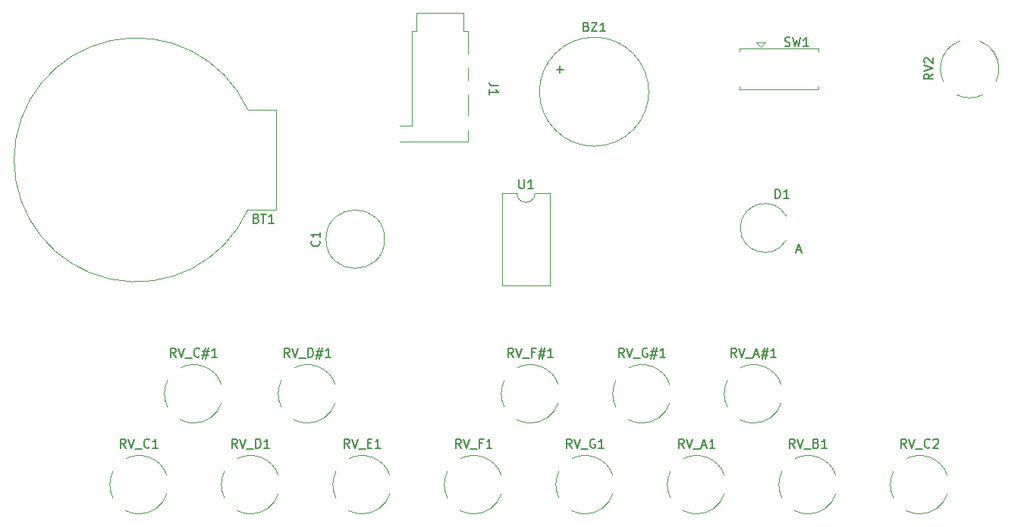
<source format=gbr>
%TF.GenerationSoftware,KiCad,Pcbnew,7.0.10*%
%TF.CreationDate,2024-02-14T13:11:12+01:00*%
%TF.ProjectId,stylophone,7374796c-6f70-4686-9f6e-652e6b696361,rev?*%
%TF.SameCoordinates,Original*%
%TF.FileFunction,Legend,Top*%
%TF.FilePolarity,Positive*%
%FSLAX46Y46*%
G04 Gerber Fmt 4.6, Leading zero omitted, Abs format (unit mm)*
G04 Created by KiCad (PCBNEW 7.0.10) date 2024-02-14 13:11:12*
%MOMM*%
%LPD*%
G01*
G04 APERTURE LIST*
%ADD10C,0.150000*%
%ADD11C,0.120000*%
G04 APERTURE END LIST*
D10*
X82597809Y-72856819D02*
X82264476Y-72380628D01*
X82026381Y-72856819D02*
X82026381Y-71856819D01*
X82026381Y-71856819D02*
X82407333Y-71856819D01*
X82407333Y-71856819D02*
X82502571Y-71904438D01*
X82502571Y-71904438D02*
X82550190Y-71952057D01*
X82550190Y-71952057D02*
X82597809Y-72047295D01*
X82597809Y-72047295D02*
X82597809Y-72190152D01*
X82597809Y-72190152D02*
X82550190Y-72285390D01*
X82550190Y-72285390D02*
X82502571Y-72333009D01*
X82502571Y-72333009D02*
X82407333Y-72380628D01*
X82407333Y-72380628D02*
X82026381Y-72380628D01*
X82883524Y-71856819D02*
X83216857Y-72856819D01*
X83216857Y-72856819D02*
X83550190Y-71856819D01*
X83645429Y-72952057D02*
X84407333Y-72952057D01*
X85169238Y-71904438D02*
X85074000Y-71856819D01*
X85074000Y-71856819D02*
X84931143Y-71856819D01*
X84931143Y-71856819D02*
X84788286Y-71904438D01*
X84788286Y-71904438D02*
X84693048Y-71999676D01*
X84693048Y-71999676D02*
X84645429Y-72094914D01*
X84645429Y-72094914D02*
X84597810Y-72285390D01*
X84597810Y-72285390D02*
X84597810Y-72428247D01*
X84597810Y-72428247D02*
X84645429Y-72618723D01*
X84645429Y-72618723D02*
X84693048Y-72713961D01*
X84693048Y-72713961D02*
X84788286Y-72809200D01*
X84788286Y-72809200D02*
X84931143Y-72856819D01*
X84931143Y-72856819D02*
X85026381Y-72856819D01*
X85026381Y-72856819D02*
X85169238Y-72809200D01*
X85169238Y-72809200D02*
X85216857Y-72761580D01*
X85216857Y-72761580D02*
X85216857Y-72428247D01*
X85216857Y-72428247D02*
X85026381Y-72428247D01*
X86169238Y-72856819D02*
X85597810Y-72856819D01*
X85883524Y-72856819D02*
X85883524Y-71856819D01*
X85883524Y-71856819D02*
X85788286Y-71999676D01*
X85788286Y-71999676D02*
X85693048Y-72094914D01*
X85693048Y-72094914D02*
X85597810Y-72142533D01*
X76073237Y-62696819D02*
X75739904Y-62220628D01*
X75501809Y-62696819D02*
X75501809Y-61696819D01*
X75501809Y-61696819D02*
X75882761Y-61696819D01*
X75882761Y-61696819D02*
X75977999Y-61744438D01*
X75977999Y-61744438D02*
X76025618Y-61792057D01*
X76025618Y-61792057D02*
X76073237Y-61887295D01*
X76073237Y-61887295D02*
X76073237Y-62030152D01*
X76073237Y-62030152D02*
X76025618Y-62125390D01*
X76025618Y-62125390D02*
X75977999Y-62173009D01*
X75977999Y-62173009D02*
X75882761Y-62220628D01*
X75882761Y-62220628D02*
X75501809Y-62220628D01*
X76358952Y-61696819D02*
X76692285Y-62696819D01*
X76692285Y-62696819D02*
X77025618Y-61696819D01*
X77120857Y-62792057D02*
X77882761Y-62792057D01*
X78454190Y-62173009D02*
X78120857Y-62173009D01*
X78120857Y-62696819D02*
X78120857Y-61696819D01*
X78120857Y-61696819D02*
X78597047Y-61696819D01*
X78930381Y-62030152D02*
X79644666Y-62030152D01*
X79216095Y-61601580D02*
X78930381Y-62887295D01*
X79549428Y-62458723D02*
X78835143Y-62458723D01*
X79263714Y-62887295D02*
X79549428Y-61601580D01*
X80501809Y-62696819D02*
X79930381Y-62696819D01*
X80216095Y-62696819D02*
X80216095Y-61696819D01*
X80216095Y-61696819D02*
X80120857Y-61839676D01*
X80120857Y-61839676D02*
X80025619Y-61934914D01*
X80025619Y-61934914D02*
X79930381Y-61982533D01*
X88447809Y-62696819D02*
X88114476Y-62220628D01*
X87876381Y-62696819D02*
X87876381Y-61696819D01*
X87876381Y-61696819D02*
X88257333Y-61696819D01*
X88257333Y-61696819D02*
X88352571Y-61744438D01*
X88352571Y-61744438D02*
X88400190Y-61792057D01*
X88400190Y-61792057D02*
X88447809Y-61887295D01*
X88447809Y-61887295D02*
X88447809Y-62030152D01*
X88447809Y-62030152D02*
X88400190Y-62125390D01*
X88400190Y-62125390D02*
X88352571Y-62173009D01*
X88352571Y-62173009D02*
X88257333Y-62220628D01*
X88257333Y-62220628D02*
X87876381Y-62220628D01*
X88733524Y-61696819D02*
X89066857Y-62696819D01*
X89066857Y-62696819D02*
X89400190Y-61696819D01*
X89495429Y-62792057D02*
X90257333Y-62792057D01*
X91019238Y-61744438D02*
X90924000Y-61696819D01*
X90924000Y-61696819D02*
X90781143Y-61696819D01*
X90781143Y-61696819D02*
X90638286Y-61744438D01*
X90638286Y-61744438D02*
X90543048Y-61839676D01*
X90543048Y-61839676D02*
X90495429Y-61934914D01*
X90495429Y-61934914D02*
X90447810Y-62125390D01*
X90447810Y-62125390D02*
X90447810Y-62268247D01*
X90447810Y-62268247D02*
X90495429Y-62458723D01*
X90495429Y-62458723D02*
X90543048Y-62553961D01*
X90543048Y-62553961D02*
X90638286Y-62649200D01*
X90638286Y-62649200D02*
X90781143Y-62696819D01*
X90781143Y-62696819D02*
X90876381Y-62696819D01*
X90876381Y-62696819D02*
X91019238Y-62649200D01*
X91019238Y-62649200D02*
X91066857Y-62601580D01*
X91066857Y-62601580D02*
X91066857Y-62268247D01*
X91066857Y-62268247D02*
X90876381Y-62268247D01*
X91447810Y-62030152D02*
X92162095Y-62030152D01*
X91733524Y-61601580D02*
X91447810Y-62887295D01*
X92066857Y-62458723D02*
X91352572Y-62458723D01*
X91781143Y-62887295D02*
X92066857Y-61601580D01*
X93019238Y-62696819D02*
X92447810Y-62696819D01*
X92733524Y-62696819D02*
X92733524Y-61696819D01*
X92733524Y-61696819D02*
X92638286Y-61839676D01*
X92638286Y-61839676D02*
X92543048Y-61934914D01*
X92543048Y-61934914D02*
X92447810Y-61982533D01*
X106356667Y-27897200D02*
X106499524Y-27944819D01*
X106499524Y-27944819D02*
X106737619Y-27944819D01*
X106737619Y-27944819D02*
X106832857Y-27897200D01*
X106832857Y-27897200D02*
X106880476Y-27849580D01*
X106880476Y-27849580D02*
X106928095Y-27754342D01*
X106928095Y-27754342D02*
X106928095Y-27659104D01*
X106928095Y-27659104D02*
X106880476Y-27563866D01*
X106880476Y-27563866D02*
X106832857Y-27516247D01*
X106832857Y-27516247D02*
X106737619Y-27468628D01*
X106737619Y-27468628D02*
X106547143Y-27421009D01*
X106547143Y-27421009D02*
X106451905Y-27373390D01*
X106451905Y-27373390D02*
X106404286Y-27325771D01*
X106404286Y-27325771D02*
X106356667Y-27230533D01*
X106356667Y-27230533D02*
X106356667Y-27135295D01*
X106356667Y-27135295D02*
X106404286Y-27040057D01*
X106404286Y-27040057D02*
X106451905Y-26992438D01*
X106451905Y-26992438D02*
X106547143Y-26944819D01*
X106547143Y-26944819D02*
X106785238Y-26944819D01*
X106785238Y-26944819D02*
X106928095Y-26992438D01*
X107261429Y-26944819D02*
X107499524Y-27944819D01*
X107499524Y-27944819D02*
X107690000Y-27230533D01*
X107690000Y-27230533D02*
X107880476Y-27944819D01*
X107880476Y-27944819D02*
X108118572Y-26944819D01*
X109023333Y-27944819D02*
X108451905Y-27944819D01*
X108737619Y-27944819D02*
X108737619Y-26944819D01*
X108737619Y-26944819D02*
X108642381Y-27087676D01*
X108642381Y-27087676D02*
X108547143Y-27182914D01*
X108547143Y-27182914D02*
X108451905Y-27230533D01*
X57753428Y-72856819D02*
X57420095Y-72380628D01*
X57182000Y-72856819D02*
X57182000Y-71856819D01*
X57182000Y-71856819D02*
X57562952Y-71856819D01*
X57562952Y-71856819D02*
X57658190Y-71904438D01*
X57658190Y-71904438D02*
X57705809Y-71952057D01*
X57705809Y-71952057D02*
X57753428Y-72047295D01*
X57753428Y-72047295D02*
X57753428Y-72190152D01*
X57753428Y-72190152D02*
X57705809Y-72285390D01*
X57705809Y-72285390D02*
X57658190Y-72333009D01*
X57658190Y-72333009D02*
X57562952Y-72380628D01*
X57562952Y-72380628D02*
X57182000Y-72380628D01*
X58039143Y-71856819D02*
X58372476Y-72856819D01*
X58372476Y-72856819D02*
X58705809Y-71856819D01*
X58801048Y-72952057D02*
X59562952Y-72952057D01*
X59801048Y-72333009D02*
X60134381Y-72333009D01*
X60277238Y-72856819D02*
X59801048Y-72856819D01*
X59801048Y-72856819D02*
X59801048Y-71856819D01*
X59801048Y-71856819D02*
X60277238Y-71856819D01*
X61229619Y-72856819D02*
X60658191Y-72856819D01*
X60943905Y-72856819D02*
X60943905Y-71856819D01*
X60943905Y-71856819D02*
X60848667Y-71999676D01*
X60848667Y-71999676D02*
X60753429Y-72094914D01*
X60753429Y-72094914D02*
X60658191Y-72142533D01*
X122894819Y-31035238D02*
X122418628Y-31368571D01*
X122894819Y-31606666D02*
X121894819Y-31606666D01*
X121894819Y-31606666D02*
X121894819Y-31225714D01*
X121894819Y-31225714D02*
X121942438Y-31130476D01*
X121942438Y-31130476D02*
X121990057Y-31082857D01*
X121990057Y-31082857D02*
X122085295Y-31035238D01*
X122085295Y-31035238D02*
X122228152Y-31035238D01*
X122228152Y-31035238D02*
X122323390Y-31082857D01*
X122323390Y-31082857D02*
X122371009Y-31130476D01*
X122371009Y-31130476D02*
X122418628Y-31225714D01*
X122418628Y-31225714D02*
X122418628Y-31606666D01*
X121894819Y-30749523D02*
X122894819Y-30416190D01*
X122894819Y-30416190D02*
X121894819Y-30082857D01*
X121990057Y-29797142D02*
X121942438Y-29749523D01*
X121942438Y-29749523D02*
X121894819Y-29654285D01*
X121894819Y-29654285D02*
X121894819Y-29416190D01*
X121894819Y-29416190D02*
X121942438Y-29320952D01*
X121942438Y-29320952D02*
X121990057Y-29273333D01*
X121990057Y-29273333D02*
X122085295Y-29225714D01*
X122085295Y-29225714D02*
X122180533Y-29225714D01*
X122180533Y-29225714D02*
X122323390Y-29273333D01*
X122323390Y-29273333D02*
X122894819Y-29844761D01*
X122894819Y-29844761D02*
X122894819Y-29225714D01*
X38409809Y-62696819D02*
X38076476Y-62220628D01*
X37838381Y-62696819D02*
X37838381Y-61696819D01*
X37838381Y-61696819D02*
X38219333Y-61696819D01*
X38219333Y-61696819D02*
X38314571Y-61744438D01*
X38314571Y-61744438D02*
X38362190Y-61792057D01*
X38362190Y-61792057D02*
X38409809Y-61887295D01*
X38409809Y-61887295D02*
X38409809Y-62030152D01*
X38409809Y-62030152D02*
X38362190Y-62125390D01*
X38362190Y-62125390D02*
X38314571Y-62173009D01*
X38314571Y-62173009D02*
X38219333Y-62220628D01*
X38219333Y-62220628D02*
X37838381Y-62220628D01*
X38695524Y-61696819D02*
X39028857Y-62696819D01*
X39028857Y-62696819D02*
X39362190Y-61696819D01*
X39457429Y-62792057D02*
X40219333Y-62792057D01*
X41028857Y-62601580D02*
X40981238Y-62649200D01*
X40981238Y-62649200D02*
X40838381Y-62696819D01*
X40838381Y-62696819D02*
X40743143Y-62696819D01*
X40743143Y-62696819D02*
X40600286Y-62649200D01*
X40600286Y-62649200D02*
X40505048Y-62553961D01*
X40505048Y-62553961D02*
X40457429Y-62458723D01*
X40457429Y-62458723D02*
X40409810Y-62268247D01*
X40409810Y-62268247D02*
X40409810Y-62125390D01*
X40409810Y-62125390D02*
X40457429Y-61934914D01*
X40457429Y-61934914D02*
X40505048Y-61839676D01*
X40505048Y-61839676D02*
X40600286Y-61744438D01*
X40600286Y-61744438D02*
X40743143Y-61696819D01*
X40743143Y-61696819D02*
X40838381Y-61696819D01*
X40838381Y-61696819D02*
X40981238Y-61744438D01*
X40981238Y-61744438D02*
X41028857Y-61792057D01*
X41409810Y-62030152D02*
X42124095Y-62030152D01*
X41695524Y-61601580D02*
X41409810Y-62887295D01*
X42028857Y-62458723D02*
X41314572Y-62458723D01*
X41743143Y-62887295D02*
X42028857Y-61601580D01*
X42981238Y-62696819D02*
X42409810Y-62696819D01*
X42695524Y-62696819D02*
X42695524Y-61696819D01*
X42695524Y-61696819D02*
X42600286Y-61839676D01*
X42600286Y-61839676D02*
X42505048Y-61934914D01*
X42505048Y-61934914D02*
X42409810Y-61982533D01*
X74415180Y-32356666D02*
X73700895Y-32356666D01*
X73700895Y-32356666D02*
X73558038Y-32309047D01*
X73558038Y-32309047D02*
X73462800Y-32213809D01*
X73462800Y-32213809D02*
X73415180Y-32070952D01*
X73415180Y-32070952D02*
X73415180Y-31975714D01*
X73415180Y-33356666D02*
X73415180Y-32785238D01*
X73415180Y-33070952D02*
X74415180Y-33070952D01*
X74415180Y-33070952D02*
X74272323Y-32975714D01*
X74272323Y-32975714D02*
X74177085Y-32880476D01*
X74177085Y-32880476D02*
X74129466Y-32785238D01*
X70223237Y-72856819D02*
X69889904Y-72380628D01*
X69651809Y-72856819D02*
X69651809Y-71856819D01*
X69651809Y-71856819D02*
X70032761Y-71856819D01*
X70032761Y-71856819D02*
X70127999Y-71904438D01*
X70127999Y-71904438D02*
X70175618Y-71952057D01*
X70175618Y-71952057D02*
X70223237Y-72047295D01*
X70223237Y-72047295D02*
X70223237Y-72190152D01*
X70223237Y-72190152D02*
X70175618Y-72285390D01*
X70175618Y-72285390D02*
X70127999Y-72333009D01*
X70127999Y-72333009D02*
X70032761Y-72380628D01*
X70032761Y-72380628D02*
X69651809Y-72380628D01*
X70508952Y-71856819D02*
X70842285Y-72856819D01*
X70842285Y-72856819D02*
X71175618Y-71856819D01*
X71270857Y-72952057D02*
X72032761Y-72952057D01*
X72604190Y-72333009D02*
X72270857Y-72333009D01*
X72270857Y-72856819D02*
X72270857Y-71856819D01*
X72270857Y-71856819D02*
X72747047Y-71856819D01*
X73651809Y-72856819D02*
X73080381Y-72856819D01*
X73366095Y-72856819D02*
X73366095Y-71856819D01*
X73366095Y-71856819D02*
X73270857Y-71999676D01*
X73270857Y-71999676D02*
X73175619Y-72094914D01*
X73175619Y-72094914D02*
X73080381Y-72142533D01*
X84199047Y-25751009D02*
X84341904Y-25798628D01*
X84341904Y-25798628D02*
X84389523Y-25846247D01*
X84389523Y-25846247D02*
X84437142Y-25941485D01*
X84437142Y-25941485D02*
X84437142Y-26084342D01*
X84437142Y-26084342D02*
X84389523Y-26179580D01*
X84389523Y-26179580D02*
X84341904Y-26227200D01*
X84341904Y-26227200D02*
X84246666Y-26274819D01*
X84246666Y-26274819D02*
X83865714Y-26274819D01*
X83865714Y-26274819D02*
X83865714Y-25274819D01*
X83865714Y-25274819D02*
X84199047Y-25274819D01*
X84199047Y-25274819D02*
X84294285Y-25322438D01*
X84294285Y-25322438D02*
X84341904Y-25370057D01*
X84341904Y-25370057D02*
X84389523Y-25465295D01*
X84389523Y-25465295D02*
X84389523Y-25560533D01*
X84389523Y-25560533D02*
X84341904Y-25655771D01*
X84341904Y-25655771D02*
X84294285Y-25703390D01*
X84294285Y-25703390D02*
X84199047Y-25751009D01*
X84199047Y-25751009D02*
X83865714Y-25751009D01*
X84770476Y-25274819D02*
X85437142Y-25274819D01*
X85437142Y-25274819D02*
X84770476Y-26274819D01*
X84770476Y-26274819D02*
X85437142Y-26274819D01*
X86341904Y-26274819D02*
X85770476Y-26274819D01*
X86056190Y-26274819D02*
X86056190Y-25274819D01*
X86056190Y-25274819D02*
X85960952Y-25417676D01*
X85960952Y-25417676D02*
X85865714Y-25512914D01*
X85865714Y-25512914D02*
X85770476Y-25560533D01*
X80889048Y-30553866D02*
X81650953Y-30553866D01*
X81270000Y-30934819D02*
X81270000Y-30172914D01*
X107489809Y-72856819D02*
X107156476Y-72380628D01*
X106918381Y-72856819D02*
X106918381Y-71856819D01*
X106918381Y-71856819D02*
X107299333Y-71856819D01*
X107299333Y-71856819D02*
X107394571Y-71904438D01*
X107394571Y-71904438D02*
X107442190Y-71952057D01*
X107442190Y-71952057D02*
X107489809Y-72047295D01*
X107489809Y-72047295D02*
X107489809Y-72190152D01*
X107489809Y-72190152D02*
X107442190Y-72285390D01*
X107442190Y-72285390D02*
X107394571Y-72333009D01*
X107394571Y-72333009D02*
X107299333Y-72380628D01*
X107299333Y-72380628D02*
X106918381Y-72380628D01*
X107775524Y-71856819D02*
X108108857Y-72856819D01*
X108108857Y-72856819D02*
X108442190Y-71856819D01*
X108537429Y-72952057D02*
X109299333Y-72952057D01*
X109870762Y-72333009D02*
X110013619Y-72380628D01*
X110013619Y-72380628D02*
X110061238Y-72428247D01*
X110061238Y-72428247D02*
X110108857Y-72523485D01*
X110108857Y-72523485D02*
X110108857Y-72666342D01*
X110108857Y-72666342D02*
X110061238Y-72761580D01*
X110061238Y-72761580D02*
X110013619Y-72809200D01*
X110013619Y-72809200D02*
X109918381Y-72856819D01*
X109918381Y-72856819D02*
X109537429Y-72856819D01*
X109537429Y-72856819D02*
X109537429Y-71856819D01*
X109537429Y-71856819D02*
X109870762Y-71856819D01*
X109870762Y-71856819D02*
X109966000Y-71904438D01*
X109966000Y-71904438D02*
X110013619Y-71952057D01*
X110013619Y-71952057D02*
X110061238Y-72047295D01*
X110061238Y-72047295D02*
X110061238Y-72142533D01*
X110061238Y-72142533D02*
X110013619Y-72237771D01*
X110013619Y-72237771D02*
X109966000Y-72285390D01*
X109966000Y-72285390D02*
X109870762Y-72333009D01*
X109870762Y-72333009D02*
X109537429Y-72333009D01*
X111061238Y-72856819D02*
X110489810Y-72856819D01*
X110775524Y-72856819D02*
X110775524Y-71856819D01*
X110775524Y-71856819D02*
X110680286Y-71999676D01*
X110680286Y-71999676D02*
X110585048Y-72094914D01*
X110585048Y-72094914D02*
X110489810Y-72142533D01*
X54379580Y-49676666D02*
X54427200Y-49724285D01*
X54427200Y-49724285D02*
X54474819Y-49867142D01*
X54474819Y-49867142D02*
X54474819Y-49962380D01*
X54474819Y-49962380D02*
X54427200Y-50105237D01*
X54427200Y-50105237D02*
X54331961Y-50200475D01*
X54331961Y-50200475D02*
X54236723Y-50248094D01*
X54236723Y-50248094D02*
X54046247Y-50295713D01*
X54046247Y-50295713D02*
X53903390Y-50295713D01*
X53903390Y-50295713D02*
X53712914Y-50248094D01*
X53712914Y-50248094D02*
X53617676Y-50200475D01*
X53617676Y-50200475D02*
X53522438Y-50105237D01*
X53522438Y-50105237D02*
X53474819Y-49962380D01*
X53474819Y-49962380D02*
X53474819Y-49867142D01*
X53474819Y-49867142D02*
X53522438Y-49724285D01*
X53522438Y-49724285D02*
X53570057Y-49676666D01*
X54474819Y-48724285D02*
X54474819Y-49295713D01*
X54474819Y-49009999D02*
X53474819Y-49009999D01*
X53474819Y-49009999D02*
X53617676Y-49105237D01*
X53617676Y-49105237D02*
X53712914Y-49200475D01*
X53712914Y-49200475D02*
X53760533Y-49295713D01*
X76708095Y-42844819D02*
X76708095Y-43654342D01*
X76708095Y-43654342D02*
X76755714Y-43749580D01*
X76755714Y-43749580D02*
X76803333Y-43797200D01*
X76803333Y-43797200D02*
X76898571Y-43844819D01*
X76898571Y-43844819D02*
X77089047Y-43844819D01*
X77089047Y-43844819D02*
X77184285Y-43797200D01*
X77184285Y-43797200D02*
X77231904Y-43749580D01*
X77231904Y-43749580D02*
X77279523Y-43654342D01*
X77279523Y-43654342D02*
X77279523Y-42844819D01*
X78279523Y-43844819D02*
X77708095Y-43844819D01*
X77993809Y-43844819D02*
X77993809Y-42844819D01*
X77993809Y-42844819D02*
X77898571Y-42987676D01*
X77898571Y-42987676D02*
X77803333Y-43082914D01*
X77803333Y-43082914D02*
X77708095Y-43130533D01*
X45259809Y-72856819D02*
X44926476Y-72380628D01*
X44688381Y-72856819D02*
X44688381Y-71856819D01*
X44688381Y-71856819D02*
X45069333Y-71856819D01*
X45069333Y-71856819D02*
X45164571Y-71904438D01*
X45164571Y-71904438D02*
X45212190Y-71952057D01*
X45212190Y-71952057D02*
X45259809Y-72047295D01*
X45259809Y-72047295D02*
X45259809Y-72190152D01*
X45259809Y-72190152D02*
X45212190Y-72285390D01*
X45212190Y-72285390D02*
X45164571Y-72333009D01*
X45164571Y-72333009D02*
X45069333Y-72380628D01*
X45069333Y-72380628D02*
X44688381Y-72380628D01*
X45545524Y-71856819D02*
X45878857Y-72856819D01*
X45878857Y-72856819D02*
X46212190Y-71856819D01*
X46307429Y-72952057D02*
X47069333Y-72952057D01*
X47307429Y-72856819D02*
X47307429Y-71856819D01*
X47307429Y-71856819D02*
X47545524Y-71856819D01*
X47545524Y-71856819D02*
X47688381Y-71904438D01*
X47688381Y-71904438D02*
X47783619Y-71999676D01*
X47783619Y-71999676D02*
X47831238Y-72094914D01*
X47831238Y-72094914D02*
X47878857Y-72285390D01*
X47878857Y-72285390D02*
X47878857Y-72428247D01*
X47878857Y-72428247D02*
X47831238Y-72618723D01*
X47831238Y-72618723D02*
X47783619Y-72713961D01*
X47783619Y-72713961D02*
X47688381Y-72809200D01*
X47688381Y-72809200D02*
X47545524Y-72856819D01*
X47545524Y-72856819D02*
X47307429Y-72856819D01*
X48831238Y-72856819D02*
X48259810Y-72856819D01*
X48545524Y-72856819D02*
X48545524Y-71856819D01*
X48545524Y-71856819D02*
X48450286Y-71999676D01*
X48450286Y-71999676D02*
X48355048Y-72094914D01*
X48355048Y-72094914D02*
X48259810Y-72142533D01*
X100965237Y-62696819D02*
X100631904Y-62220628D01*
X100393809Y-62696819D02*
X100393809Y-61696819D01*
X100393809Y-61696819D02*
X100774761Y-61696819D01*
X100774761Y-61696819D02*
X100869999Y-61744438D01*
X100869999Y-61744438D02*
X100917618Y-61792057D01*
X100917618Y-61792057D02*
X100965237Y-61887295D01*
X100965237Y-61887295D02*
X100965237Y-62030152D01*
X100965237Y-62030152D02*
X100917618Y-62125390D01*
X100917618Y-62125390D02*
X100869999Y-62173009D01*
X100869999Y-62173009D02*
X100774761Y-62220628D01*
X100774761Y-62220628D02*
X100393809Y-62220628D01*
X101250952Y-61696819D02*
X101584285Y-62696819D01*
X101584285Y-62696819D02*
X101917618Y-61696819D01*
X102012857Y-62792057D02*
X102774761Y-62792057D01*
X102965238Y-62411104D02*
X103441428Y-62411104D01*
X102870000Y-62696819D02*
X103203333Y-61696819D01*
X103203333Y-61696819D02*
X103536666Y-62696819D01*
X103822381Y-62030152D02*
X104536666Y-62030152D01*
X104108095Y-61601580D02*
X103822381Y-62887295D01*
X104441428Y-62458723D02*
X103727143Y-62458723D01*
X104155714Y-62887295D02*
X104441428Y-61601580D01*
X105393809Y-62696819D02*
X104822381Y-62696819D01*
X105108095Y-62696819D02*
X105108095Y-61696819D01*
X105108095Y-61696819D02*
X105012857Y-61839676D01*
X105012857Y-61839676D02*
X104917619Y-61934914D01*
X104917619Y-61934914D02*
X104822381Y-61982533D01*
X32813809Y-72856819D02*
X32480476Y-72380628D01*
X32242381Y-72856819D02*
X32242381Y-71856819D01*
X32242381Y-71856819D02*
X32623333Y-71856819D01*
X32623333Y-71856819D02*
X32718571Y-71904438D01*
X32718571Y-71904438D02*
X32766190Y-71952057D01*
X32766190Y-71952057D02*
X32813809Y-72047295D01*
X32813809Y-72047295D02*
X32813809Y-72190152D01*
X32813809Y-72190152D02*
X32766190Y-72285390D01*
X32766190Y-72285390D02*
X32718571Y-72333009D01*
X32718571Y-72333009D02*
X32623333Y-72380628D01*
X32623333Y-72380628D02*
X32242381Y-72380628D01*
X33099524Y-71856819D02*
X33432857Y-72856819D01*
X33432857Y-72856819D02*
X33766190Y-71856819D01*
X33861429Y-72952057D02*
X34623333Y-72952057D01*
X35432857Y-72761580D02*
X35385238Y-72809200D01*
X35385238Y-72809200D02*
X35242381Y-72856819D01*
X35242381Y-72856819D02*
X35147143Y-72856819D01*
X35147143Y-72856819D02*
X35004286Y-72809200D01*
X35004286Y-72809200D02*
X34909048Y-72713961D01*
X34909048Y-72713961D02*
X34861429Y-72618723D01*
X34861429Y-72618723D02*
X34813810Y-72428247D01*
X34813810Y-72428247D02*
X34813810Y-72285390D01*
X34813810Y-72285390D02*
X34861429Y-72094914D01*
X34861429Y-72094914D02*
X34909048Y-71999676D01*
X34909048Y-71999676D02*
X35004286Y-71904438D01*
X35004286Y-71904438D02*
X35147143Y-71856819D01*
X35147143Y-71856819D02*
X35242381Y-71856819D01*
X35242381Y-71856819D02*
X35385238Y-71904438D01*
X35385238Y-71904438D02*
X35432857Y-71952057D01*
X36385238Y-72856819D02*
X35813810Y-72856819D01*
X36099524Y-72856819D02*
X36099524Y-71856819D01*
X36099524Y-71856819D02*
X36004286Y-71999676D01*
X36004286Y-71999676D02*
X35909048Y-72094914D01*
X35909048Y-72094914D02*
X35813810Y-72142533D01*
X119935809Y-72856819D02*
X119602476Y-72380628D01*
X119364381Y-72856819D02*
X119364381Y-71856819D01*
X119364381Y-71856819D02*
X119745333Y-71856819D01*
X119745333Y-71856819D02*
X119840571Y-71904438D01*
X119840571Y-71904438D02*
X119888190Y-71952057D01*
X119888190Y-71952057D02*
X119935809Y-72047295D01*
X119935809Y-72047295D02*
X119935809Y-72190152D01*
X119935809Y-72190152D02*
X119888190Y-72285390D01*
X119888190Y-72285390D02*
X119840571Y-72333009D01*
X119840571Y-72333009D02*
X119745333Y-72380628D01*
X119745333Y-72380628D02*
X119364381Y-72380628D01*
X120221524Y-71856819D02*
X120554857Y-72856819D01*
X120554857Y-72856819D02*
X120888190Y-71856819D01*
X120983429Y-72952057D02*
X121745333Y-72952057D01*
X122554857Y-72761580D02*
X122507238Y-72809200D01*
X122507238Y-72809200D02*
X122364381Y-72856819D01*
X122364381Y-72856819D02*
X122269143Y-72856819D01*
X122269143Y-72856819D02*
X122126286Y-72809200D01*
X122126286Y-72809200D02*
X122031048Y-72713961D01*
X122031048Y-72713961D02*
X121983429Y-72618723D01*
X121983429Y-72618723D02*
X121935810Y-72428247D01*
X121935810Y-72428247D02*
X121935810Y-72285390D01*
X121935810Y-72285390D02*
X121983429Y-72094914D01*
X121983429Y-72094914D02*
X122031048Y-71999676D01*
X122031048Y-71999676D02*
X122126286Y-71904438D01*
X122126286Y-71904438D02*
X122269143Y-71856819D01*
X122269143Y-71856819D02*
X122364381Y-71856819D01*
X122364381Y-71856819D02*
X122507238Y-71904438D01*
X122507238Y-71904438D02*
X122554857Y-71952057D01*
X122935810Y-71952057D02*
X122983429Y-71904438D01*
X122983429Y-71904438D02*
X123078667Y-71856819D01*
X123078667Y-71856819D02*
X123316762Y-71856819D01*
X123316762Y-71856819D02*
X123412000Y-71904438D01*
X123412000Y-71904438D02*
X123459619Y-71952057D01*
X123459619Y-71952057D02*
X123507238Y-72047295D01*
X123507238Y-72047295D02*
X123507238Y-72142533D01*
X123507238Y-72142533D02*
X123459619Y-72285390D01*
X123459619Y-72285390D02*
X122888191Y-72856819D01*
X122888191Y-72856819D02*
X123507238Y-72856819D01*
X47374285Y-47191009D02*
X47517142Y-47238628D01*
X47517142Y-47238628D02*
X47564761Y-47286247D01*
X47564761Y-47286247D02*
X47612380Y-47381485D01*
X47612380Y-47381485D02*
X47612380Y-47524342D01*
X47612380Y-47524342D02*
X47564761Y-47619580D01*
X47564761Y-47619580D02*
X47517142Y-47667200D01*
X47517142Y-47667200D02*
X47421904Y-47714819D01*
X47421904Y-47714819D02*
X47040952Y-47714819D01*
X47040952Y-47714819D02*
X47040952Y-46714819D01*
X47040952Y-46714819D02*
X47374285Y-46714819D01*
X47374285Y-46714819D02*
X47469523Y-46762438D01*
X47469523Y-46762438D02*
X47517142Y-46810057D01*
X47517142Y-46810057D02*
X47564761Y-46905295D01*
X47564761Y-46905295D02*
X47564761Y-47000533D01*
X47564761Y-47000533D02*
X47517142Y-47095771D01*
X47517142Y-47095771D02*
X47469523Y-47143390D01*
X47469523Y-47143390D02*
X47374285Y-47191009D01*
X47374285Y-47191009D02*
X47040952Y-47191009D01*
X47898095Y-46714819D02*
X48469523Y-46714819D01*
X48183809Y-47714819D02*
X48183809Y-46714819D01*
X49326666Y-47714819D02*
X48755238Y-47714819D01*
X49040952Y-47714819D02*
X49040952Y-46714819D01*
X49040952Y-46714819D02*
X48945714Y-46857676D01*
X48945714Y-46857676D02*
X48850476Y-46952914D01*
X48850476Y-46952914D02*
X48755238Y-47000533D01*
X95115237Y-72856819D02*
X94781904Y-72380628D01*
X94543809Y-72856819D02*
X94543809Y-71856819D01*
X94543809Y-71856819D02*
X94924761Y-71856819D01*
X94924761Y-71856819D02*
X95019999Y-71904438D01*
X95019999Y-71904438D02*
X95067618Y-71952057D01*
X95067618Y-71952057D02*
X95115237Y-72047295D01*
X95115237Y-72047295D02*
X95115237Y-72190152D01*
X95115237Y-72190152D02*
X95067618Y-72285390D01*
X95067618Y-72285390D02*
X95019999Y-72333009D01*
X95019999Y-72333009D02*
X94924761Y-72380628D01*
X94924761Y-72380628D02*
X94543809Y-72380628D01*
X95400952Y-71856819D02*
X95734285Y-72856819D01*
X95734285Y-72856819D02*
X96067618Y-71856819D01*
X96162857Y-72952057D02*
X96924761Y-72952057D01*
X97115238Y-72571104D02*
X97591428Y-72571104D01*
X97020000Y-72856819D02*
X97353333Y-71856819D01*
X97353333Y-71856819D02*
X97686666Y-72856819D01*
X98543809Y-72856819D02*
X97972381Y-72856819D01*
X98258095Y-72856819D02*
X98258095Y-71856819D01*
X98258095Y-71856819D02*
X98162857Y-71999676D01*
X98162857Y-71999676D02*
X98067619Y-72094914D01*
X98067619Y-72094914D02*
X97972381Y-72142533D01*
X105306905Y-44944819D02*
X105306905Y-43944819D01*
X105306905Y-43944819D02*
X105545000Y-43944819D01*
X105545000Y-43944819D02*
X105687857Y-43992438D01*
X105687857Y-43992438D02*
X105783095Y-44087676D01*
X105783095Y-44087676D02*
X105830714Y-44182914D01*
X105830714Y-44182914D02*
X105878333Y-44373390D01*
X105878333Y-44373390D02*
X105878333Y-44516247D01*
X105878333Y-44516247D02*
X105830714Y-44706723D01*
X105830714Y-44706723D02*
X105783095Y-44801961D01*
X105783095Y-44801961D02*
X105687857Y-44897200D01*
X105687857Y-44897200D02*
X105545000Y-44944819D01*
X105545000Y-44944819D02*
X105306905Y-44944819D01*
X106830714Y-44944819D02*
X106259286Y-44944819D01*
X106545000Y-44944819D02*
X106545000Y-43944819D01*
X106545000Y-43944819D02*
X106449762Y-44087676D01*
X106449762Y-44087676D02*
X106354524Y-44182914D01*
X106354524Y-44182914D02*
X106259286Y-44230533D01*
X107711905Y-50729104D02*
X108188095Y-50729104D01*
X107616667Y-51014819D02*
X107950000Y-50014819D01*
X107950000Y-50014819D02*
X108283333Y-51014819D01*
X51109809Y-62696819D02*
X50776476Y-62220628D01*
X50538381Y-62696819D02*
X50538381Y-61696819D01*
X50538381Y-61696819D02*
X50919333Y-61696819D01*
X50919333Y-61696819D02*
X51014571Y-61744438D01*
X51014571Y-61744438D02*
X51062190Y-61792057D01*
X51062190Y-61792057D02*
X51109809Y-61887295D01*
X51109809Y-61887295D02*
X51109809Y-62030152D01*
X51109809Y-62030152D02*
X51062190Y-62125390D01*
X51062190Y-62125390D02*
X51014571Y-62173009D01*
X51014571Y-62173009D02*
X50919333Y-62220628D01*
X50919333Y-62220628D02*
X50538381Y-62220628D01*
X51395524Y-61696819D02*
X51728857Y-62696819D01*
X51728857Y-62696819D02*
X52062190Y-61696819D01*
X52157429Y-62792057D02*
X52919333Y-62792057D01*
X53157429Y-62696819D02*
X53157429Y-61696819D01*
X53157429Y-61696819D02*
X53395524Y-61696819D01*
X53395524Y-61696819D02*
X53538381Y-61744438D01*
X53538381Y-61744438D02*
X53633619Y-61839676D01*
X53633619Y-61839676D02*
X53681238Y-61934914D01*
X53681238Y-61934914D02*
X53728857Y-62125390D01*
X53728857Y-62125390D02*
X53728857Y-62268247D01*
X53728857Y-62268247D02*
X53681238Y-62458723D01*
X53681238Y-62458723D02*
X53633619Y-62553961D01*
X53633619Y-62553961D02*
X53538381Y-62649200D01*
X53538381Y-62649200D02*
X53395524Y-62696819D01*
X53395524Y-62696819D02*
X53157429Y-62696819D01*
X54109810Y-62030152D02*
X54824095Y-62030152D01*
X54395524Y-61601580D02*
X54109810Y-62887295D01*
X54728857Y-62458723D02*
X54014572Y-62458723D01*
X54443143Y-62887295D02*
X54728857Y-61601580D01*
X55681238Y-62696819D02*
X55109810Y-62696819D01*
X55395524Y-62696819D02*
X55395524Y-61696819D01*
X55395524Y-61696819D02*
X55300286Y-61839676D01*
X55300286Y-61839676D02*
X55205048Y-61934914D01*
X55205048Y-61934914D02*
X55109810Y-61982533D01*
D11*
%TO.C,RV_G1*%
X81160001Y-75478000D02*
G75*
G03*
X81160613Y-78447202I2913999J-1484000D01*
G01*
X87166000Y-75898000D02*
G75*
G03*
X82590032Y-74048171I-3092000J-1064000D01*
G01*
X82589000Y-79876000D02*
G75*
G03*
X84130863Y-80232075I1485000J2914000D01*
G01*
X84074000Y-80232000D02*
G75*
G03*
X87165846Y-78026608I0J3270000D01*
G01*
%TO.C,RV_F#1*%
X75064001Y-65318000D02*
G75*
G03*
X75064613Y-68287202I2913999J-1484000D01*
G01*
X81070000Y-65738000D02*
G75*
G03*
X76494032Y-63888171I-3092000J-1064000D01*
G01*
X76493000Y-69716000D02*
G75*
G03*
X78034863Y-70072075I1485000J2914000D01*
G01*
X77978000Y-70072000D02*
G75*
G03*
X81069846Y-67866608I0J3270000D01*
G01*
%TO.C,RV_G#1*%
X87510001Y-65318000D02*
G75*
G03*
X87510613Y-68287202I2913999J-1484000D01*
G01*
X93516000Y-65738000D02*
G75*
G03*
X88940032Y-63888171I-3092000J-1064000D01*
G01*
X88939000Y-69716000D02*
G75*
G03*
X90480863Y-70072075I1485000J2914000D01*
G01*
X90424000Y-70072000D02*
G75*
G03*
X93515846Y-67866608I0J3270000D01*
G01*
%TO.C,SW1*%
X101290000Y-28220000D02*
X110110000Y-28220000D01*
X101290000Y-28530000D02*
X101290000Y-28220000D01*
X101290000Y-32740000D02*
X101290000Y-32430000D01*
X103200000Y-27520000D02*
X103700000Y-28020000D01*
X103700000Y-28020000D02*
X104200000Y-27520000D01*
X104200000Y-27520000D02*
X103200000Y-27520000D01*
X110110000Y-28220000D02*
X110110000Y-28530000D01*
X110110000Y-32740000D02*
X101290000Y-32740000D01*
X110110000Y-32740000D02*
X110110000Y-32430000D01*
%TO.C,RV_E1*%
X56268001Y-75478000D02*
G75*
G03*
X56268613Y-78447202I2913999J-1484000D01*
G01*
X62274000Y-75898000D02*
G75*
G03*
X57698032Y-74048171I-3092000J-1064000D01*
G01*
X57697000Y-79876000D02*
G75*
G03*
X59238863Y-80232075I1485000J2914000D01*
G01*
X59182000Y-80232000D02*
G75*
G03*
X62273846Y-78026608I0J3270000D01*
G01*
%TO.C,RV2*%
X125516000Y-33353999D02*
G75*
G03*
X128485202Y-33353387I1484000J2913999D01*
G01*
X125936000Y-27348000D02*
G75*
G03*
X124086171Y-31923968I1064000J-3092000D01*
G01*
X129914000Y-31925000D02*
G75*
G03*
X130270075Y-30383137I-2914000J1485000D01*
G01*
X130270000Y-30440000D02*
G75*
G03*
X128064608Y-27348154I-3270000J0D01*
G01*
%TO.C,RV_C#1*%
X37472001Y-65318000D02*
G75*
G03*
X37472613Y-68287202I2913999J-1484000D01*
G01*
X43478000Y-65738000D02*
G75*
G03*
X38902032Y-63888171I-3092000J-1064000D01*
G01*
X38901000Y-69716000D02*
G75*
G03*
X40442863Y-70072075I1485000J2914000D01*
G01*
X40386000Y-70072000D02*
G75*
G03*
X43477846Y-67866608I0J3270000D01*
G01*
%TO.C,J1*%
X70490000Y-24220000D02*
X70490000Y-26220000D01*
X65250000Y-24220000D02*
X70490000Y-24220000D01*
X71040000Y-26220000D02*
X71040000Y-28740000D01*
X70490000Y-26220000D02*
X71040000Y-26220000D01*
X65250000Y-26220000D02*
X65250000Y-24220000D01*
X64700000Y-26220000D02*
X65250000Y-26220000D01*
X71040000Y-30340000D02*
X71040000Y-31740000D01*
X71040000Y-33340000D02*
X71040000Y-35740000D01*
X64700000Y-36840000D02*
X64700000Y-26220000D01*
X63370000Y-36840000D02*
X64700000Y-36840000D01*
X71040000Y-38560000D02*
X71040000Y-37340000D01*
X71040000Y-38560000D02*
X63370000Y-38560000D01*
%TO.C,RV_F1*%
X68714001Y-75478000D02*
G75*
G03*
X68714613Y-78447202I2913999J-1484000D01*
G01*
X74720000Y-75898000D02*
G75*
G03*
X70144032Y-74048171I-3092000J-1064000D01*
G01*
X70143000Y-79876000D02*
G75*
G03*
X71684863Y-80232075I1485000J2914000D01*
G01*
X71628000Y-80232000D02*
G75*
G03*
X74719846Y-78026608I0J3270000D01*
G01*
%TO.C,BZ1*%
X91180000Y-33020000D02*
G75*
G03*
X78980000Y-33020000I-6100000J0D01*
G01*
X78980000Y-33020000D02*
G75*
G03*
X91180000Y-33020000I6100000J0D01*
G01*
%TO.C,RV_B1*%
X106052001Y-75478000D02*
G75*
G03*
X106052613Y-78447202I2913999J-1484000D01*
G01*
X112058000Y-75898000D02*
G75*
G03*
X107482032Y-74048171I-3092000J-1064000D01*
G01*
X107481000Y-79876000D02*
G75*
G03*
X109022863Y-80232075I1485000J2914000D01*
G01*
X108966000Y-80232000D02*
G75*
G03*
X112057846Y-78026608I0J3270000D01*
G01*
%TO.C,C1*%
X61690000Y-49510000D02*
G75*
G03*
X55150000Y-49510000I-3270000J0D01*
G01*
X55150000Y-49510000D02*
G75*
G03*
X61690000Y-49510000I3270000J0D01*
G01*
%TO.C,U1*%
X74820000Y-44390000D02*
X74820000Y-54670000D01*
X74820000Y-54670000D02*
X80120000Y-54670000D01*
X76470000Y-44390000D02*
X74820000Y-44390000D01*
X80120000Y-44390000D02*
X78470000Y-44390000D01*
X80120000Y-54670000D02*
X80120000Y-44390000D01*
X76470000Y-44390000D02*
G75*
G03*
X78470000Y-44390000I1000000J0D01*
G01*
%TO.C,RV_D1*%
X43822001Y-75478000D02*
G75*
G03*
X43822613Y-78447202I2913999J-1484000D01*
G01*
X49828000Y-75898000D02*
G75*
G03*
X45252032Y-74048171I-3092000J-1064000D01*
G01*
X45251000Y-79876000D02*
G75*
G03*
X46792863Y-80232075I1485000J2914000D01*
G01*
X46736000Y-80232000D02*
G75*
G03*
X49827846Y-78026608I0J3270000D01*
G01*
%TO.C,RV_A#1*%
X99956001Y-65318000D02*
G75*
G03*
X99956613Y-68287202I2913999J-1484000D01*
G01*
X105962000Y-65738000D02*
G75*
G03*
X101386032Y-63888171I-3092000J-1064000D01*
G01*
X101385000Y-69716000D02*
G75*
G03*
X102926863Y-70072075I1485000J2914000D01*
G01*
X102870000Y-70072000D02*
G75*
G03*
X105961846Y-67866608I0J3270000D01*
G01*
%TO.C,RV_C1*%
X31376001Y-75478000D02*
G75*
G03*
X31376613Y-78447202I2913999J-1484000D01*
G01*
X37382000Y-75898000D02*
G75*
G03*
X32806032Y-74048171I-3092000J-1064000D01*
G01*
X32805000Y-79876000D02*
G75*
G03*
X34346863Y-80232075I1485000J2914000D01*
G01*
X34290000Y-80232000D02*
G75*
G03*
X37381846Y-78026608I0J3270000D01*
G01*
%TO.C,RV_C2*%
X118498001Y-75478000D02*
G75*
G03*
X118498613Y-78447202I2913999J-1484000D01*
G01*
X124504000Y-75898000D02*
G75*
G03*
X119928032Y-74048171I-3092000J-1064000D01*
G01*
X119927000Y-79876000D02*
G75*
G03*
X121468863Y-80232075I1485000J2914000D01*
G01*
X121412000Y-80232000D02*
G75*
G03*
X124503846Y-78026608I0J3270000D01*
G01*
%TO.C,BT1*%
X49590000Y-46250000D02*
X46415000Y-46250000D01*
X49590000Y-35030000D02*
X49590000Y-46250000D01*
X46415000Y-35030000D02*
X49590000Y-35030000D01*
X46414999Y-35030000D02*
G75*
G03*
X46414999Y-46250000I-12434999J-5610000D01*
G01*
%TO.C,RV_A1*%
X93606001Y-75478000D02*
G75*
G03*
X93606613Y-78447202I2913999J-1484000D01*
G01*
X99612000Y-75898000D02*
G75*
G03*
X95036032Y-74048171I-3092000J-1064000D01*
G01*
X95035000Y-79876000D02*
G75*
G03*
X96576863Y-80232075I1485000J2914000D01*
G01*
X96520000Y-80232000D02*
G75*
G03*
X99611846Y-78026608I0J3270000D01*
G01*
%TO.C,D1*%
X106553151Y-46960000D02*
G75*
G03*
X106501782Y-49651144I-2413151J-1300000D01*
G01*
%TO.C,RV_D#1*%
X50172001Y-65318000D02*
G75*
G03*
X50172613Y-68287202I2913999J-1484000D01*
G01*
X56178000Y-65738000D02*
G75*
G03*
X51602032Y-63888171I-3092000J-1064000D01*
G01*
X51601000Y-69716000D02*
G75*
G03*
X53142863Y-70072075I1485000J2914000D01*
G01*
X53086000Y-70072000D02*
G75*
G03*
X56177846Y-67866608I0J3270000D01*
G01*
%TD*%
M02*

</source>
